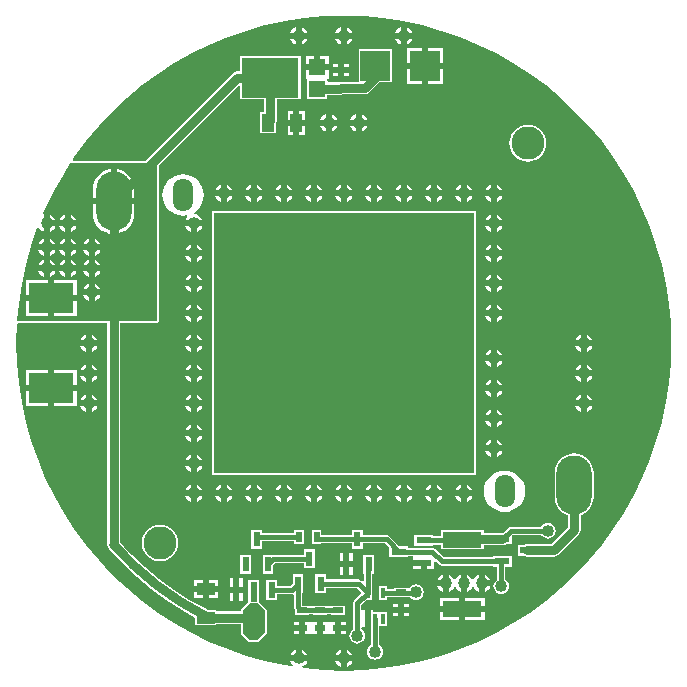
<source format=gbl>
%FSLAX24Y24*%
%MOIN*%
G70*
G01*
G75*
G04 Layer_Physical_Order=2*
G04 Layer_Color=16711680*
%ADD10C,0.0150*%
%ADD11R,0.1000X0.0291*%
%ADD12R,0.8661X0.8661*%
%ADD13O,0.0669X0.1102*%
%ADD14C,0.1100*%
%ADD15C,0.0400*%
%ADD16C,0.0300*%
%ADD17R,0.1000X0.1000*%
%ADD18R,0.1500X0.1000*%
%ADD19R,0.0394X0.0591*%
%ADD20R,0.0551X0.0547*%
%ADD21R,0.1913X0.1323*%
%ADD22R,0.0354X0.0197*%
%ADD23R,0.0591X0.0394*%
%ADD24R,0.0236X0.0551*%
%ADD25R,0.0236X0.0709*%
%ADD26R,0.0236X0.0512*%
%ADD27R,0.0197X0.0354*%
%ADD28R,0.0157X0.0354*%
%ADD29R,0.0512X0.0236*%
%ADD30R,0.1299X0.0532*%
%ADD31O,0.1181X0.1969*%
G36*
X-2626Y-8906D02*
Y-9654D01*
X-2882Y-9910D01*
X-3118D01*
X-3374Y-9654D01*
Y-8906D01*
X-3118Y-8650D01*
X-2882D01*
X-2626Y-8906D01*
D02*
G37*
G36*
X659Y10895D02*
X1316Y10835D01*
X1967Y10736D01*
X2612Y10598D01*
X3247Y10421D01*
X3871Y10206D01*
X4480Y9953D01*
X5072Y9665D01*
X5647Y9341D01*
X6200Y8983D01*
X6731Y8592D01*
X7238Y8170D01*
X7718Y7718D01*
X8170Y7238D01*
X8592Y6731D01*
X8983Y6200D01*
X9341Y5647D01*
X9665Y5072D01*
X9953Y4480D01*
X10206Y3871D01*
X10421Y3247D01*
X10598Y2612D01*
X10736Y1967D01*
X10835Y1316D01*
X10895Y659D01*
X10915Y0D01*
X10895Y-659D01*
X10835Y-1316D01*
X10736Y-1967D01*
X10598Y-2612D01*
X10421Y-3247D01*
X10206Y-3871D01*
X9953Y-4480D01*
X9665Y-5072D01*
X9341Y-5647D01*
X8983Y-6200D01*
X8592Y-6731D01*
X8170Y-7238D01*
X7718Y-7718D01*
X7238Y-8170D01*
X6731Y-8592D01*
X6200Y-8983D01*
X5647Y-9341D01*
X5072Y-9665D01*
X4480Y-9953D01*
X3871Y-10206D01*
X3247Y-10421D01*
X2612Y-10598D01*
X1967Y-10736D01*
X1316Y-10835D01*
X659Y-10895D01*
X0Y-10915D01*
X-659Y-10895D01*
X-1316Y-10835D01*
X-1374Y-10827D01*
X-1380Y-10775D01*
X-1349Y-10762D01*
X-1286Y-10714D01*
X-1238Y-10651D01*
X-1217Y-10600D01*
X-1783D01*
X-1762Y-10651D01*
X-1714Y-10714D01*
X-1697Y-10727D01*
X-1718Y-10774D01*
X-1967Y-10736D01*
X-2612Y-10598D01*
X-3247Y-10421D01*
X-3871Y-10206D01*
X-4480Y-9953D01*
X-5072Y-9665D01*
X-5647Y-9341D01*
X-6200Y-8983D01*
X-6731Y-8592D01*
X-7238Y-8170D01*
X-7718Y-7718D01*
X-8170Y-7238D01*
X-8592Y-6731D01*
X-8983Y-6200D01*
X-9341Y-5647D01*
X-9665Y-5072D01*
X-9953Y-4480D01*
X-10206Y-3871D01*
X-10421Y-3247D01*
X-10598Y-2612D01*
X-10736Y-1967D01*
X-10835Y-1316D01*
X-10895Y-659D01*
X-10915Y0D01*
X-10895Y650D01*
X-10895Y650D01*
X-10868Y676D01*
X-10863Y679D01*
X-10850Y685D01*
X-7891D01*
Y-6721D01*
X-7875Y-6803D01*
X-7829Y-6872D01*
X-7728Y-6973D01*
X-7722Y-6977D01*
X-7627Y-7078D01*
X-7612Y-7094D01*
X-7612Y-7098D01*
X-7612Y-7098D01*
X-7612Y-7098D01*
X-7612Y-7098D01*
X-7607Y-7104D01*
X-7576Y-7133D01*
X-7576Y-7133D01*
X-7576D01*
X-7361Y-7361D01*
X-6903Y-7792D01*
X-6420Y-8194D01*
X-5913Y-8567D01*
X-5385Y-8908D01*
X-4955Y-9151D01*
Y-9405D01*
X-4245D01*
Y-9362D01*
X-3439D01*
Y-9654D01*
X-3420Y-9700D01*
X-3164Y-9956D01*
X-3118Y-9975D01*
X-2882D01*
X-2836Y-9956D01*
X-2580Y-9700D01*
X-2561Y-9654D01*
Y-8906D01*
X-2580Y-8860D01*
X-2822Y-8618D01*
Y-7881D01*
X-3178D01*
Y-8618D01*
X-3420Y-8860D01*
X-3439Y-8906D01*
Y-8934D01*
X-4245D01*
Y-8891D01*
X-4537D01*
X-4640Y-8841D01*
X-5165Y-8545D01*
X-5672Y-8217D01*
X-6158Y-7860D01*
X-6621Y-7473D01*
X-7060Y-7060D01*
X-7323Y-6781D01*
X-7393Y-6706D01*
X-7425Y-6670D01*
X-7425D01*
X-7458Y-6637D01*
X-7460Y-6635D01*
X-7463Y-6632D01*
Y685D01*
X-6240D01*
X-6194Y704D01*
X-6175Y750D01*
Y5923D01*
X-3513Y8586D01*
X-3467Y8567D01*
Y8129D01*
X-2664D01*
Y7705D01*
X-2779D01*
Y6995D01*
X-2266D01*
Y7320D01*
X-2252Y7340D01*
X-2236Y7422D01*
Y8129D01*
X-1433D01*
Y9571D01*
X-3467D01*
Y9064D01*
X-3552D01*
X-3634Y9048D01*
X-3703Y9001D01*
X-6639Y6065D01*
X-9018Y6065D01*
X-9042Y6109D01*
X-8983Y6200D01*
X-8592Y6731D01*
X-8170Y7238D01*
X-7718Y7718D01*
X-7238Y8170D01*
X-6731Y8592D01*
X-6200Y8983D01*
X-5647Y9341D01*
X-5072Y9665D01*
X-4480Y9953D01*
X-3871Y10206D01*
X-3247Y10421D01*
X-2612Y10598D01*
X-1967Y10736D01*
X-1316Y10835D01*
X-659Y10895D01*
X0Y10915D01*
X659Y10895D01*
D02*
G37*
G36*
X-6240Y5965D02*
Y750D01*
X-10850D01*
X-10883Y787D01*
X-10835Y1316D01*
X-10736Y1967D01*
X-10598Y2612D01*
X-10421Y3247D01*
X-10215Y3845D01*
X-10169Y3848D01*
X-10161Y3847D01*
X-10114Y3786D01*
X-10051Y3738D01*
X-10000Y3717D01*
Y4000D01*
Y4309D01*
X-10017Y4326D01*
X-9953Y4480D01*
X-9665Y5072D01*
X-9341Y5647D01*
X-9112Y6000D01*
X-6276Y6000D01*
X-6240Y5965D01*
D02*
G37*
%LPC*%
G36*
X-4900Y-2717D02*
Y-2900D01*
X-4717D01*
X-4738Y-2849D01*
X-4786Y-2786D01*
X-4849Y-2738D01*
X-4900Y-2717D01*
D02*
G37*
G36*
X-5100D02*
X-5151Y-2738D01*
X-5214Y-2786D01*
X-5262Y-2849D01*
X-5283Y-2900D01*
X-5100D01*
Y-2717D01*
D02*
G37*
G36*
X-4717Y-3100D02*
X-4900D01*
Y-3283D01*
X-4849Y-3262D01*
X-4786Y-3214D01*
X-4738Y-3151D01*
X-4717Y-3100D01*
D02*
G37*
G36*
X5283Y-3600D02*
X5100D01*
Y-3783D01*
X5151Y-3762D01*
X5214Y-3714D01*
X5262Y-3651D01*
X5283Y-3600D01*
D02*
G37*
G36*
X4900D02*
X4717D01*
X4738Y-3651D01*
X4786Y-3714D01*
X4849Y-3762D01*
X4900Y-3783D01*
Y-3600D01*
D02*
G37*
G36*
Y-3217D02*
X4849Y-3238D01*
X4786Y-3286D01*
X4738Y-3349D01*
X4717Y-3400D01*
X4900D01*
Y-3217D01*
D02*
G37*
G36*
X-5100Y-3100D02*
X-5283D01*
X-5262Y-3151D01*
X-5214Y-3214D01*
X-5151Y-3262D01*
X-5100Y-3283D01*
Y-3100D01*
D02*
G37*
G36*
X5100Y-3217D02*
Y-3400D01*
X5283D01*
X5262Y-3349D01*
X5214Y-3286D01*
X5151Y-3238D01*
X5100Y-3217D01*
D02*
G37*
G36*
X4900Y-2600D02*
X4717D01*
X4738Y-2651D01*
X4786Y-2714D01*
X4849Y-2762D01*
X4900Y-2783D01*
Y-2600D01*
D02*
G37*
G36*
X-4717Y-2100D02*
X-4900D01*
Y-2283D01*
X-4849Y-2262D01*
X-4786Y-2214D01*
X-4738Y-2151D01*
X-4717Y-2100D01*
D02*
G37*
G36*
X-5100D02*
X-5283D01*
X-5262Y-2151D01*
X-5214Y-2214D01*
X-5151Y-2262D01*
X-5100Y-2283D01*
Y-2100D01*
D02*
G37*
G36*
X8283D02*
X8100D01*
Y-2283D01*
X8151Y-2262D01*
X8214Y-2214D01*
X8262Y-2151D01*
X8283Y-2100D01*
D02*
G37*
G36*
X7900D02*
X7717D01*
X7738Y-2151D01*
X7786Y-2214D01*
X7849Y-2262D01*
X7900Y-2283D01*
Y-2100D01*
D02*
G37*
G36*
X-8217D02*
X-8400D01*
Y-2283D01*
X-8349Y-2262D01*
X-8286Y-2214D01*
X-8238Y-2151D01*
X-8217Y-2100D01*
D02*
G37*
G36*
X4900Y-2217D02*
X4849Y-2238D01*
X4786Y-2286D01*
X4738Y-2349D01*
X4717Y-2400D01*
X4900D01*
Y-2217D01*
D02*
G37*
G36*
X5283Y-2600D02*
X5100D01*
Y-2783D01*
X5151Y-2762D01*
X5214Y-2714D01*
X5262Y-2651D01*
X5283Y-2600D01*
D02*
G37*
G36*
X-8600Y-2100D02*
X-8783D01*
X-8762Y-2151D01*
X-8714Y-2214D01*
X-8651Y-2262D01*
X-8600Y-2283D01*
Y-2100D01*
D02*
G37*
G36*
X5100Y-2217D02*
Y-2400D01*
X5283D01*
X5262Y-2349D01*
X5214Y-2286D01*
X5151Y-2238D01*
X5100Y-2217D01*
D02*
G37*
G36*
X900Y-4717D02*
X849Y-4738D01*
X786Y-4786D01*
X738Y-4849D01*
X717Y-4900D01*
X900D01*
Y-4717D01*
D02*
G37*
G36*
X100D02*
Y-4900D01*
X283D01*
X262Y-4849D01*
X214Y-4786D01*
X151Y-4738D01*
X100Y-4717D01*
D02*
G37*
G36*
X1900D02*
X1849Y-4738D01*
X1786Y-4786D01*
X1738Y-4849D01*
X1717Y-4900D01*
X1900D01*
Y-4717D01*
D02*
G37*
G36*
X1100D02*
Y-4900D01*
X1283D01*
X1262Y-4849D01*
X1214Y-4786D01*
X1151Y-4738D01*
X1100Y-4717D01*
D02*
G37*
G36*
X-100D02*
X-151Y-4738D01*
X-214Y-4786D01*
X-262Y-4849D01*
X-283Y-4900D01*
X-100D01*
Y-4717D01*
D02*
G37*
G36*
X-1900D02*
Y-4900D01*
X-1717D01*
X-1738Y-4849D01*
X-1786Y-4786D01*
X-1849Y-4738D01*
X-1900Y-4717D01*
D02*
G37*
G36*
X-2100D02*
X-2151Y-4738D01*
X-2214Y-4786D01*
X-2262Y-4849D01*
X-2283Y-4900D01*
X-2100D01*
Y-4717D01*
D02*
G37*
G36*
X-900D02*
Y-4900D01*
X-717D01*
X-738Y-4849D01*
X-786Y-4786D01*
X-849Y-4738D01*
X-900Y-4717D01*
D02*
G37*
G36*
X-1100D02*
X-1151Y-4738D01*
X-1214Y-4786D01*
X-1262Y-4849D01*
X-1283Y-4900D01*
X-1100D01*
Y-4717D01*
D02*
G37*
G36*
X2100D02*
Y-4900D01*
X2283D01*
X2262Y-4849D01*
X2214Y-4786D01*
X2151Y-4738D01*
X2100Y-4717D01*
D02*
G37*
G36*
X-4717Y-4100D02*
X-4900D01*
Y-4283D01*
X-4849Y-4262D01*
X-4786Y-4214D01*
X-4738Y-4151D01*
X-4717Y-4100D01*
D02*
G37*
G36*
X-5100D02*
X-5283D01*
X-5262Y-4151D01*
X-5214Y-4214D01*
X-5151Y-4262D01*
X-5100Y-4283D01*
Y-4100D01*
D02*
G37*
G36*
X-4900Y-3717D02*
Y-3900D01*
X-4717D01*
X-4738Y-3849D01*
X-4786Y-3786D01*
X-4849Y-3738D01*
X-4900Y-3717D01*
D02*
G37*
G36*
X-5100D02*
X-5151Y-3738D01*
X-5214Y-3786D01*
X-5262Y-3849D01*
X-5283Y-3900D01*
X-5100D01*
Y-3717D01*
D02*
G37*
G36*
X4391Y4391D02*
X-4391D01*
Y-4391D01*
X4391D01*
Y4391D01*
D02*
G37*
G36*
X3100Y-4717D02*
Y-4900D01*
X3283D01*
X3262Y-4849D01*
X3214Y-4786D01*
X3151Y-4738D01*
X3100Y-4717D01*
D02*
G37*
G36*
X2900D02*
X2849Y-4738D01*
X2786Y-4786D01*
X2738Y-4849D01*
X2717Y-4900D01*
X2900D01*
Y-4717D01*
D02*
G37*
G36*
X4100D02*
Y-4900D01*
X4283D01*
X4262Y-4849D01*
X4214Y-4786D01*
X4151Y-4738D01*
X4100Y-4717D01*
D02*
G37*
G36*
X3900D02*
X3849Y-4738D01*
X3786Y-4786D01*
X3738Y-4849D01*
X3717Y-4900D01*
X3900D01*
Y-4717D01*
D02*
G37*
G36*
X8100Y-717D02*
Y-900D01*
X8283D01*
X8262Y-849D01*
X8214Y-786D01*
X8151Y-738D01*
X8100Y-717D01*
D02*
G37*
G36*
X7900D02*
X7849Y-738D01*
X7786Y-786D01*
X7738Y-849D01*
X7717Y-900D01*
X7900D01*
Y-717D01*
D02*
G37*
G36*
X5283Y-600D02*
X5100D01*
Y-783D01*
X5151Y-762D01*
X5214Y-714D01*
X5262Y-651D01*
X5283Y-600D01*
D02*
G37*
G36*
X4900D02*
X4717D01*
X4738Y-651D01*
X4786Y-714D01*
X4849Y-762D01*
X4900Y-783D01*
Y-600D01*
D02*
G37*
G36*
X-4900Y-717D02*
Y-900D01*
X-4717D01*
X-4738Y-849D01*
X-4786Y-786D01*
X-4849Y-738D01*
X-4900Y-717D01*
D02*
G37*
G36*
X-8600D02*
X-8651Y-738D01*
X-8714Y-786D01*
X-8762Y-849D01*
X-8783Y-900D01*
X-8600D01*
Y-717D01*
D02*
G37*
G36*
X8283Y-1100D02*
X8100D01*
Y-1283D01*
X8151Y-1262D01*
X8214Y-1214D01*
X8262Y-1151D01*
X8283Y-1100D01*
D02*
G37*
G36*
X-5100Y-717D02*
X-5151Y-738D01*
X-5214Y-786D01*
X-5262Y-849D01*
X-5283Y-900D01*
X-5100D01*
Y-717D01*
D02*
G37*
G36*
X-8400D02*
Y-900D01*
X-8217D01*
X-8238Y-849D01*
X-8286Y-786D01*
X-8349Y-738D01*
X-8400Y-717D01*
D02*
G37*
G36*
X4900Y-217D02*
X4849Y-238D01*
X4786Y-286D01*
X4738Y-349D01*
X4717Y-400D01*
X4900D01*
Y-217D01*
D02*
G37*
G36*
X8283Y-100D02*
X8100D01*
Y-283D01*
X8151Y-262D01*
X8214Y-214D01*
X8262Y-151D01*
X8283Y-100D01*
D02*
G37*
G36*
X7900D02*
X7717D01*
X7738Y-151D01*
X7786Y-214D01*
X7849Y-262D01*
X7900Y-283D01*
Y-100D01*
D02*
G37*
G36*
X-8400Y283D02*
Y100D01*
X-8217D01*
X-8238Y151D01*
X-8286Y214D01*
X-8349Y262D01*
X-8400Y283D01*
D02*
G37*
G36*
X-8600D02*
X-8651Y262D01*
X-8714Y214D01*
X-8762Y151D01*
X-8783Y100D01*
X-8600D01*
Y283D01*
D02*
G37*
G36*
X-4717Y-100D02*
X-4900D01*
Y-283D01*
X-4849Y-262D01*
X-4786Y-214D01*
X-4738Y-151D01*
X-4717Y-100D01*
D02*
G37*
G36*
X-8600D02*
X-8783D01*
X-8762Y-151D01*
X-8714Y-214D01*
X-8651Y-262D01*
X-8600Y-283D01*
Y-100D01*
D02*
G37*
G36*
X5100Y-217D02*
Y-400D01*
X5283D01*
X5262Y-349D01*
X5214Y-286D01*
X5151Y-238D01*
X5100Y-217D01*
D02*
G37*
G36*
X-5100Y-100D02*
X-5283D01*
X-5262Y-151D01*
X-5214Y-214D01*
X-5151Y-262D01*
X-5100Y-283D01*
Y-100D01*
D02*
G37*
G36*
X-8217D02*
X-8400D01*
Y-283D01*
X-8349Y-262D01*
X-8286Y-214D01*
X-8238Y-151D01*
X-8217Y-100D01*
D02*
G37*
G36*
X7900Y-1717D02*
X7849Y-1738D01*
X7786Y-1786D01*
X7738Y-1849D01*
X7717Y-1900D01*
X7900D01*
Y-1717D01*
D02*
G37*
G36*
X-4900D02*
Y-1900D01*
X-4717D01*
X-4738Y-1849D01*
X-4786Y-1786D01*
X-4849Y-1738D01*
X-4900Y-1717D01*
D02*
G37*
G36*
X4900Y-1600D02*
X4717D01*
X4738Y-1651D01*
X4786Y-1714D01*
X4849Y-1762D01*
X4900Y-1783D01*
Y-1600D01*
D02*
G37*
G36*
X8100Y-1717D02*
Y-1900D01*
X8283D01*
X8262Y-1849D01*
X8214Y-1786D01*
X8151Y-1738D01*
X8100Y-1717D01*
D02*
G37*
G36*
X-5100D02*
X-5151Y-1738D01*
X-5214Y-1786D01*
X-5262Y-1849D01*
X-5283Y-1900D01*
X-5100D01*
Y-1717D01*
D02*
G37*
G36*
X-8900Y-1600D02*
X-9650D01*
Y-2100D01*
X-8900D01*
Y-1600D01*
D02*
G37*
G36*
X-9850D02*
X-10600D01*
Y-2100D01*
X-9850D01*
Y-1600D01*
D02*
G37*
G36*
X-8400Y-1717D02*
Y-1900D01*
X-8217D01*
X-8238Y-1849D01*
X-8286Y-1786D01*
X-8349Y-1738D01*
X-8400Y-1717D01*
D02*
G37*
G36*
X-8600D02*
X-8651Y-1738D01*
X-8714Y-1786D01*
X-8762Y-1849D01*
X-8783Y-1900D01*
X-8600D01*
Y-1717D01*
D02*
G37*
G36*
X5283Y-1600D02*
X5100D01*
Y-1783D01*
X5151Y-1762D01*
X5214Y-1714D01*
X5262Y-1651D01*
X5283Y-1600D01*
D02*
G37*
G36*
X-5100Y-1100D02*
X-5283D01*
X-5262Y-1151D01*
X-5214Y-1214D01*
X-5151Y-1262D01*
X-5100Y-1283D01*
Y-1100D01*
D02*
G37*
G36*
X-8217D02*
X-8400D01*
Y-1283D01*
X-8349Y-1262D01*
X-8286Y-1214D01*
X-8238Y-1151D01*
X-8217Y-1100D01*
D02*
G37*
G36*
X7900D02*
X7717D01*
X7738Y-1151D01*
X7786Y-1214D01*
X7849Y-1262D01*
X7900Y-1283D01*
Y-1100D01*
D02*
G37*
G36*
X-4717D02*
X-4900D01*
Y-1283D01*
X-4849Y-1262D01*
X-4786Y-1214D01*
X-4738Y-1151D01*
X-4717Y-1100D01*
D02*
G37*
G36*
X-8600D02*
X-8783D01*
X-8762Y-1151D01*
X-8714Y-1214D01*
X-8651Y-1262D01*
X-8600Y-1283D01*
Y-1100D01*
D02*
G37*
G36*
X-8900Y-900D02*
X-9650D01*
Y-1400D01*
X-8900D01*
Y-900D01*
D02*
G37*
G36*
X-9850D02*
X-10600D01*
Y-1400D01*
X-9850D01*
Y-900D01*
D02*
G37*
G36*
X5100Y-1217D02*
Y-1400D01*
X5283D01*
X5262Y-1349D01*
X5214Y-1286D01*
X5151Y-1238D01*
X5100Y-1217D01*
D02*
G37*
G36*
X4900D02*
X4849Y-1238D01*
X4786Y-1286D01*
X4738Y-1349D01*
X4717Y-1400D01*
X4900D01*
Y-1217D01*
D02*
G37*
G36*
X-2900Y-4717D02*
Y-4900D01*
X-2717D01*
X-2738Y-4849D01*
X-2786Y-4786D01*
X-2849Y-4738D01*
X-2900Y-4717D01*
D02*
G37*
G36*
X-746Y-6213D02*
X-1063D01*
Y-6687D01*
X-746D01*
Y-6674D01*
X272D01*
Y-6853D01*
X628D01*
Y-6674D01*
X1366D01*
X1521Y-6829D01*
Y-7128D01*
X2153D01*
Y-7088D01*
X2265D01*
X2307Y-7106D01*
Y-7224D01*
X2663D01*
Y-7324D01*
X2763D01*
Y-7542D01*
X3019D01*
Y-7279D01*
X3065Y-7260D01*
X3177Y-7371D01*
X3221Y-7401D01*
X3274Y-7412D01*
X3274Y-7412D01*
X4971D01*
Y-7452D01*
X5112D01*
Y-7878D01*
X5065Y-7915D01*
X5023Y-7969D01*
X4997Y-8032D01*
X4988Y-8100D01*
X4997Y-8168D01*
X5023Y-8231D01*
X5065Y-8285D01*
X5119Y-8327D01*
X5182Y-8353D01*
X5250Y-8362D01*
X5318Y-8353D01*
X5381Y-8327D01*
X5435Y-8285D01*
X5477Y-8231D01*
X5503Y-8168D01*
X5512Y-8100D01*
X5503Y-8032D01*
X5477Y-7969D01*
X5435Y-7915D01*
X5388Y-7878D01*
Y-7452D01*
X5603D01*
Y-7096D01*
X4971D01*
Y-7136D01*
X3331D01*
X3047Y-6853D01*
X3003Y-6823D01*
X2950Y-6812D01*
X2153D01*
Y-6772D01*
X1853D01*
X1521Y-6439D01*
X1476Y-6409D01*
X1423Y-6399D01*
X628D01*
Y-6221D01*
X272D01*
Y-6399D01*
X-746D01*
Y-6213D01*
D02*
G37*
G36*
X-4205Y-8303D02*
X-4500D01*
Y-8500D01*
X-4205D01*
Y-8303D01*
D02*
G37*
G36*
X4883Y-8100D02*
X4700D01*
Y-8283D01*
X4751Y-8262D01*
X4814Y-8214D01*
X4862Y-8151D01*
X4883Y-8100D01*
D02*
G37*
G36*
X3300D02*
X3117D01*
X3138Y-8151D01*
X3186Y-8214D01*
X3249Y-8262D01*
X3300Y-8283D01*
Y-8100D01*
D02*
G37*
G36*
X-4700Y-8303D02*
X-4995D01*
Y-8500D01*
X-4700D01*
Y-8303D01*
D02*
G37*
G36*
X4700Y-8486D02*
X4050D01*
Y-8752D01*
X4700D01*
Y-8486D01*
D02*
G37*
G36*
X3850D02*
X3200D01*
Y-8752D01*
X3850D01*
Y-8486D01*
D02*
G37*
G36*
X-3372Y-8317D02*
X-3491D01*
Y-8593D01*
X-3372D01*
Y-8317D01*
D02*
G37*
G36*
X-3691D02*
X-3809D01*
Y-8593D01*
X-3691D01*
Y-8317D01*
D02*
G37*
G36*
X2400Y-8038D02*
X2332Y-8047D01*
X2269Y-8073D01*
X2215Y-8115D01*
X2187Y-8150D01*
X2137Y-8146D01*
X2137Y-8146D01*
X2137Y-8146D01*
X1663D01*
Y-8179D01*
X1445D01*
Y-8080D01*
X1167D01*
Y-8554D01*
X1445D01*
Y-8455D01*
X1663D01*
Y-8463D01*
X2137D01*
Y-8455D01*
X2191D01*
X2215Y-8485D01*
X2269Y-8527D01*
X2332Y-8553D01*
X2400Y-8562D01*
X2468Y-8553D01*
X2531Y-8527D01*
X2585Y-8485D01*
X2627Y-8431D01*
X2653Y-8368D01*
X2662Y-8300D01*
X2653Y-8232D01*
X2627Y-8169D01*
X2585Y-8115D01*
X2531Y-8073D01*
X2468Y-8047D01*
X2400Y-8038D01*
D02*
G37*
G36*
X3300Y-7717D02*
X3249Y-7738D01*
X3186Y-7786D01*
X3138Y-7849D01*
X3117Y-7900D01*
X3300D01*
Y-7717D01*
D02*
G37*
G36*
X1002Y-7047D02*
X646D01*
Y-7679D01*
X656D01*
Y-7919D01*
X610Y-7938D01*
X588Y-7916D01*
X543Y-7886D01*
X491Y-7876D01*
X-598D01*
Y-7697D01*
X-954D01*
Y-8329D01*
X-598D01*
Y-8151D01*
X434D01*
X574Y-8292D01*
Y-8342D01*
X353Y-8564D01*
X323Y-8608D01*
X312Y-8661D01*
Y-9528D01*
X265Y-9565D01*
X223Y-9619D01*
X197Y-9682D01*
X188Y-9750D01*
X197Y-9818D01*
X223Y-9881D01*
X265Y-9935D01*
X319Y-9977D01*
X382Y-10003D01*
X450Y-10012D01*
X518Y-10003D01*
X581Y-9977D01*
X635Y-9935D01*
X677Y-9881D01*
X703Y-9818D01*
X712Y-9750D01*
X703Y-9682D01*
X677Y-9619D01*
X635Y-9565D01*
X588Y-9528D01*
Y-9499D01*
X615Y-9460D01*
X638Y-9460D01*
X694D01*
Y-9183D01*
Y-8906D01*
X638D01*
X615Y-8906D01*
X588Y-8867D01*
X588Y-8867D01*
Y-8718D01*
X752Y-8554D01*
X933D01*
Y-8080D01*
X932D01*
Y-7679D01*
X1002D01*
Y-7047D01*
D02*
G37*
G36*
X3900Y-7717D02*
X3849Y-7738D01*
X3786Y-7786D01*
X3738Y-7849D01*
X3727Y-7875D01*
X3673D01*
X3662Y-7849D01*
X3614Y-7786D01*
X3551Y-7738D01*
X3500Y-7717D01*
Y-8000D01*
Y-8283D01*
X3551Y-8262D01*
X3614Y-8214D01*
X3662Y-8151D01*
X3673Y-8125D01*
X3727D01*
X3738Y-8151D01*
X3786Y-8214D01*
X3849Y-8262D01*
X3900Y-8283D01*
Y-8000D01*
Y-7717D01*
D02*
G37*
G36*
X4700D02*
Y-7900D01*
X4883D01*
X4862Y-7849D01*
X4814Y-7786D01*
X4751Y-7738D01*
X4700Y-7717D01*
D02*
G37*
G36*
X-1346Y-7697D02*
X-1702D01*
Y-7997D01*
X-1785Y-8079D01*
X-2231D01*
Y-7881D01*
X-2588D01*
Y-8553D01*
X-2231D01*
Y-8355D01*
X-1728D01*
X-1712Y-8351D01*
X-1662Y-8391D01*
Y-8781D01*
X-1651Y-8833D01*
X-1637Y-8854D01*
Y-9063D01*
X-1163D01*
Y-9042D01*
X-1037D01*
Y-9063D01*
X-563D01*
Y-9042D01*
X-437D01*
Y-9063D01*
X37D01*
Y-8746D01*
X-437D01*
Y-8767D01*
X-563D01*
Y-8746D01*
X-1037D01*
Y-8767D01*
X-1163D01*
Y-8746D01*
X-1364D01*
X-1386Y-8724D01*
Y-8329D01*
X-1346D01*
Y-7697D01*
D02*
G37*
G36*
X-3372Y-7841D02*
X-3491D01*
Y-8117D01*
X-3372D01*
Y-7841D01*
D02*
G37*
G36*
X-3691D02*
X-3809D01*
Y-8117D01*
X-3691D01*
Y-7841D01*
D02*
G37*
G36*
X-4205Y-7906D02*
X-4500D01*
Y-8103D01*
X-4205D01*
Y-7906D01*
D02*
G37*
G36*
X-4700D02*
X-4995D01*
Y-8103D01*
X-4700D01*
Y-7906D01*
D02*
G37*
G36*
X100Y-10217D02*
Y-10400D01*
X283D01*
X262Y-10349D01*
X214Y-10286D01*
X151Y-10238D01*
X100Y-10217D01*
D02*
G37*
G36*
X-100D02*
X-151Y-10238D01*
X-214Y-10286D01*
X-262Y-10349D01*
X-283Y-10400D01*
X-100D01*
Y-10217D01*
D02*
G37*
G36*
X77Y-9595D02*
X-100D01*
Y-9694D01*
X77D01*
Y-9595D01*
D02*
G37*
G36*
X-1500D02*
X-1677D01*
Y-9694D01*
X-1500D01*
Y-9595D01*
D02*
G37*
G36*
X-1400Y-10217D02*
Y-10400D01*
X-1217D01*
X-1238Y-10349D01*
X-1286Y-10286D01*
X-1349Y-10238D01*
X-1400Y-10217D01*
D02*
G37*
G36*
X283Y-10600D02*
X100D01*
Y-10783D01*
X151Y-10762D01*
X214Y-10714D01*
X262Y-10651D01*
X283Y-10600D01*
D02*
G37*
G36*
X-100D02*
X-283D01*
X-262Y-10651D01*
X-214Y-10714D01*
X-151Y-10762D01*
X-100Y-10783D01*
Y-10600D01*
D02*
G37*
G36*
X-1600Y-10217D02*
X-1651Y-10238D01*
X-1714Y-10286D01*
X-1762Y-10349D01*
X-1783Y-10400D01*
X-1600D01*
Y-10217D01*
D02*
G37*
G36*
X894Y-8906D02*
Y-9183D01*
Y-9460D01*
X912D01*
Y-10059D01*
X908Y-10061D01*
X854Y-10103D01*
X812Y-10157D01*
X786Y-10220D01*
X777Y-10288D01*
X786Y-10356D01*
X812Y-10419D01*
X854Y-10474D01*
X908Y-10515D01*
X971Y-10542D01*
X1039Y-10551D01*
X1107Y-10542D01*
X1170Y-10515D01*
X1225Y-10474D01*
X1266Y-10419D01*
X1293Y-10356D01*
X1301Y-10288D01*
X1293Y-10220D01*
X1266Y-10157D01*
X1225Y-10103D01*
X1188Y-10074D01*
Y-9420D01*
X1445D01*
Y-8946D01*
X973D01*
Y-8906D01*
X894D01*
D02*
G37*
G36*
X-1500Y-9297D02*
X-1677D01*
Y-9395D01*
X-1500D01*
Y-9297D01*
D02*
G37*
G36*
X2177Y-8995D02*
X2000D01*
Y-9094D01*
X2177D01*
Y-8995D01*
D02*
G37*
G36*
X1800D02*
X1623D01*
Y-9094D01*
X1800D01*
Y-8995D01*
D02*
G37*
G36*
X2177Y-8697D02*
X2000D01*
Y-8795D01*
X2177D01*
Y-8697D01*
D02*
G37*
G36*
X1800D02*
X1623D01*
Y-8795D01*
X1800D01*
Y-8697D01*
D02*
G37*
G36*
X4700Y-8952D02*
X4050D01*
Y-9217D01*
X4700D01*
Y-8952D01*
D02*
G37*
G36*
X-1077Y-9297D02*
X-1100D01*
X-1123D01*
X-1127Y-9297D01*
X-1300D01*
Y-9495D01*
Y-9694D01*
X-1127D01*
X-1123Y-9694D01*
X-1100D01*
X-1077D01*
X-1073Y-9694D01*
X-900D01*
Y-9495D01*
Y-9297D01*
X-1073D01*
X-1077Y-9297D01*
D02*
G37*
G36*
X-100Y-9297D02*
Y-9395D01*
X77D01*
Y-9297D01*
X-100D01*
D02*
G37*
G36*
X3850Y-8952D02*
X3200D01*
Y-9217D01*
X3850D01*
Y-8952D01*
D02*
G37*
G36*
X-477Y-9297D02*
X-500D01*
X-523D01*
X-527Y-9297D01*
X-700D01*
Y-9495D01*
Y-9694D01*
X-527D01*
X-523Y-9694D01*
X-500D01*
X-477D01*
X-473Y-9694D01*
X-300D01*
Y-9495D01*
Y-9297D01*
X-473D01*
X-477Y-9297D01*
D02*
G37*
G36*
X900Y-5100D02*
X717D01*
X738Y-5151D01*
X786Y-5214D01*
X849Y-5262D01*
X900Y-5283D01*
Y-5100D01*
D02*
G37*
G36*
X283D02*
X100D01*
Y-5283D01*
X151Y-5262D01*
X214Y-5214D01*
X262Y-5151D01*
X283Y-5100D01*
D02*
G37*
G36*
X1900D02*
X1717D01*
X1738Y-5151D01*
X1786Y-5214D01*
X1849Y-5262D01*
X1900Y-5283D01*
Y-5100D01*
D02*
G37*
G36*
X1283D02*
X1100D01*
Y-5283D01*
X1151Y-5262D01*
X1214Y-5214D01*
X1262Y-5151D01*
X1283Y-5100D01*
D02*
G37*
G36*
X-100D02*
X-283D01*
X-262Y-5151D01*
X-214Y-5214D01*
X-151Y-5262D01*
X-100Y-5283D01*
Y-5100D01*
D02*
G37*
G36*
X-1717D02*
X-1900D01*
Y-5283D01*
X-1849Y-5262D01*
X-1786Y-5214D01*
X-1738Y-5151D01*
X-1717Y-5100D01*
D02*
G37*
G36*
X-2100D02*
X-2283D01*
X-2262Y-5151D01*
X-2214Y-5214D01*
X-2151Y-5262D01*
X-2100Y-5283D01*
Y-5100D01*
D02*
G37*
G36*
X-717D02*
X-900D01*
Y-5283D01*
X-849Y-5262D01*
X-786Y-5214D01*
X-738Y-5151D01*
X-717Y-5100D01*
D02*
G37*
G36*
X-1100D02*
X-1283D01*
X-1262Y-5151D01*
X-1214Y-5214D01*
X-1151Y-5262D01*
X-1100Y-5283D01*
Y-5100D01*
D02*
G37*
G36*
X2283D02*
X2100D01*
Y-5283D01*
X2151Y-5262D01*
X2214Y-5214D01*
X2262Y-5151D01*
X2283Y-5100D01*
D02*
G37*
G36*
X-4100Y-4717D02*
X-4151Y-4738D01*
X-4214Y-4786D01*
X-4262Y-4849D01*
X-4283Y-4900D01*
X-4100D01*
Y-4717D01*
D02*
G37*
G36*
X-4900D02*
Y-4900D01*
X-4717D01*
X-4738Y-4849D01*
X-4786Y-4786D01*
X-4849Y-4738D01*
X-4900Y-4717D01*
D02*
G37*
G36*
X-3100D02*
X-3151Y-4738D01*
X-3214Y-4786D01*
X-3262Y-4849D01*
X-3283Y-4900D01*
X-3100D01*
Y-4717D01*
D02*
G37*
G36*
X-3900D02*
Y-4900D01*
X-3717D01*
X-3738Y-4849D01*
X-3786Y-4786D01*
X-3849Y-4738D01*
X-3900Y-4717D01*
D02*
G37*
G36*
X-5100D02*
X-5151Y-4738D01*
X-5214Y-4786D01*
X-5262Y-4849D01*
X-5283Y-4900D01*
X-5100D01*
Y-4717D01*
D02*
G37*
G36*
X3283Y-5100D02*
X3100D01*
Y-5283D01*
X3151Y-5262D01*
X3214Y-5214D01*
X3262Y-5151D01*
X3283Y-5100D01*
D02*
G37*
G36*
X2900D02*
X2717D01*
X2738Y-5151D01*
X2786Y-5214D01*
X2849Y-5262D01*
X2900Y-5283D01*
Y-5100D01*
D02*
G37*
G36*
X4283D02*
X4100D01*
Y-5283D01*
X4151Y-5262D01*
X4214Y-5214D01*
X4262Y-5151D01*
X4283Y-5100D01*
D02*
G37*
G36*
X3900D02*
X3717D01*
X3738Y-5151D01*
X3786Y-5214D01*
X3849Y-5262D01*
X3900Y-5283D01*
Y-5100D01*
D02*
G37*
G36*
X-24Y-7007D02*
X-142D01*
Y-7263D01*
X-24D01*
Y-7007D01*
D02*
G37*
G36*
X-6130Y-6047D02*
X-6250Y-6059D01*
X-6365Y-6094D01*
X-6471Y-6150D01*
X-6563Y-6227D01*
X-6640Y-6319D01*
X-6696Y-6425D01*
X-6731Y-6540D01*
X-6743Y-6660D01*
X-6731Y-6780D01*
X-6696Y-6895D01*
X-6640Y-7001D01*
X-6563Y-7093D01*
X-6471Y-7170D01*
X-6365Y-7226D01*
X-6250Y-7261D01*
X-6130Y-7273D01*
X-6010Y-7261D01*
X-5895Y-7226D01*
X-5789Y-7170D01*
X-5697Y-7093D01*
X-5620Y-7001D01*
X-5564Y-6895D01*
X-5529Y-6780D01*
X-5517Y-6660D01*
X-5529Y-6540D01*
X-5564Y-6425D01*
X-5620Y-6319D01*
X-5697Y-6227D01*
X-5789Y-6150D01*
X-5895Y-6094D01*
X-6010Y-6059D01*
X-6130Y-6047D01*
D02*
G37*
G36*
X7677Y-3677D02*
X7550Y-3690D01*
X7427Y-3727D01*
X7314Y-3787D01*
X7215Y-3868D01*
X7134Y-3968D01*
X7073Y-4081D01*
X7036Y-4203D01*
X7023Y-4331D01*
Y-5118D01*
X7036Y-5246D01*
X7073Y-5368D01*
X7134Y-5481D01*
X7215Y-5580D01*
X7314Y-5662D01*
X7427Y-5722D01*
X7463Y-5733D01*
Y-6134D01*
X6911Y-6686D01*
X6113D01*
X6031Y-6702D01*
X6002Y-6722D01*
X5797D01*
Y-7078D01*
X6002D01*
X6031Y-7098D01*
X6113Y-7114D01*
X7000D01*
X7082Y-7098D01*
X7151Y-7051D01*
X7829Y-6374D01*
X7875Y-6305D01*
X7891Y-6223D01*
Y-5733D01*
X7927Y-5722D01*
X8040Y-5662D01*
X8139Y-5580D01*
X8221Y-5481D01*
X8281Y-5368D01*
X8318Y-5246D01*
X8331Y-5118D01*
Y-4331D01*
X8318Y-4203D01*
X8281Y-4081D01*
X8221Y-3968D01*
X8139Y-3868D01*
X8040Y-3787D01*
X7927Y-3727D01*
X7805Y-3690D01*
X7677Y-3677D01*
D02*
G37*
G36*
X294Y-7007D02*
X176D01*
Y-7263D01*
X294D01*
Y-7007D01*
D02*
G37*
G36*
X2563Y-7424D02*
X2307D01*
Y-7542D01*
X2563D01*
Y-7424D01*
D02*
G37*
G36*
X-24Y-7463D02*
X-142D01*
Y-7719D01*
X-24D01*
Y-7463D01*
D02*
G37*
G36*
X4500Y-7717D02*
X4449Y-7738D01*
X4386Y-7786D01*
X4338Y-7849D01*
X4327Y-7875D01*
X4273D01*
X4262Y-7849D01*
X4214Y-7786D01*
X4151Y-7738D01*
X4100Y-7717D01*
Y-8000D01*
Y-8283D01*
X4151Y-8262D01*
X4214Y-8214D01*
X4262Y-8151D01*
X4273Y-8125D01*
X4327D01*
X4338Y-8151D01*
X4386Y-8214D01*
X4449Y-8262D01*
X4500Y-8283D01*
Y-8000D01*
Y-7717D01*
D02*
G37*
G36*
X-3096Y-7047D02*
X-3452D01*
Y-7679D01*
X-3096D01*
Y-7047D01*
D02*
G37*
G36*
X294Y-7463D02*
X176D01*
Y-7719D01*
X294D01*
Y-7463D01*
D02*
G37*
G36*
X-972Y-6871D02*
X-1328D01*
Y-7049D01*
X-2348D01*
Y-7047D01*
X-2704D01*
Y-7679D01*
X-2348D01*
Y-7380D01*
X-2292Y-7324D01*
X-1328D01*
Y-7503D01*
X-972D01*
Y-6871D01*
D02*
G37*
G36*
X-3717Y-5100D02*
X-3900D01*
Y-5283D01*
X-3849Y-5262D01*
X-3786Y-5214D01*
X-3738Y-5151D01*
X-3717Y-5100D01*
D02*
G37*
G36*
X-4100D02*
X-4283D01*
X-4262Y-5151D01*
X-4214Y-5214D01*
X-4151Y-5262D01*
X-4100Y-5283D01*
Y-5100D01*
D02*
G37*
G36*
X-2717D02*
X-2900D01*
Y-5283D01*
X-2849Y-5262D01*
X-2786Y-5214D01*
X-2738Y-5151D01*
X-2717Y-5100D01*
D02*
G37*
G36*
X-3100D02*
X-3283D01*
X-3262Y-5151D01*
X-3214Y-5214D01*
X-3151Y-5262D01*
X-3100Y-5283D01*
Y-5100D01*
D02*
G37*
G36*
X-4717D02*
X-4900D01*
Y-5283D01*
X-4849Y-5262D01*
X-4786Y-5214D01*
X-4738Y-5151D01*
X-4717Y-5100D01*
D02*
G37*
G36*
X6800Y-5988D02*
X6732Y-5997D01*
X6669Y-6023D01*
X6615Y-6065D01*
X6578Y-6112D01*
X5563D01*
X5563Y-6112D01*
X5510Y-6123D01*
X5465Y-6153D01*
X5303Y-6315D01*
X5287Y-6312D01*
X4660D01*
Y-6223D01*
X3240D01*
Y-6438D01*
X2979D01*
Y-6398D01*
X2347D01*
Y-6754D01*
X2979D01*
Y-6714D01*
X3240D01*
Y-6874D01*
X4660D01*
Y-6740D01*
X5287D01*
X5369Y-6724D01*
X5398Y-6704D01*
X5603D01*
Y-6405D01*
X5620Y-6388D01*
X6578D01*
X6615Y-6435D01*
X6669Y-6477D01*
X6732Y-6503D01*
X6800Y-6512D01*
X6868Y-6503D01*
X6931Y-6477D01*
X6985Y-6435D01*
X7027Y-6381D01*
X7053Y-6318D01*
X7062Y-6250D01*
X7053Y-6182D01*
X7027Y-6119D01*
X6985Y-6065D01*
X6931Y-6023D01*
X6868Y-5997D01*
X6800Y-5988D01*
D02*
G37*
G36*
X-1337Y-6213D02*
X-1654D01*
Y-6312D01*
X-2722D01*
Y-6221D01*
X-3078D01*
Y-6853D01*
X-2722D01*
Y-6588D01*
X-1654D01*
Y-6687D01*
X-1337D01*
Y-6213D01*
D02*
G37*
G36*
X-5100Y-5100D02*
X-5283D01*
X-5262Y-5151D01*
X-5214Y-5214D01*
X-5151Y-5262D01*
X-5100Y-5283D01*
Y-5100D01*
D02*
G37*
G36*
X5358Y-4249D02*
X5224Y-4262D01*
X5095Y-4301D01*
X4976Y-4365D01*
X4872Y-4450D01*
X4786Y-4555D01*
X4722Y-4674D01*
X4683Y-4803D01*
X4670Y-4937D01*
X4683Y-5071D01*
X4722Y-5200D01*
X4786Y-5319D01*
X4872Y-5424D01*
X4976Y-5509D01*
X5095Y-5573D01*
X5224Y-5612D01*
X5358Y-5625D01*
X5493Y-5612D01*
X5622Y-5573D01*
X5741Y-5509D01*
X5845Y-5424D01*
X5931Y-5319D01*
X5994Y-5200D01*
X6033Y-5071D01*
X6047Y-4937D01*
X6033Y-4803D01*
X5994Y-4674D01*
X5931Y-4555D01*
X5845Y-4450D01*
X5741Y-4365D01*
X5622Y-4301D01*
X5493Y-4262D01*
X5358Y-4249D01*
D02*
G37*
G36*
X-1900Y5283D02*
Y5100D01*
X-1717D01*
X-1738Y5151D01*
X-1786Y5214D01*
X-1849Y5262D01*
X-1900Y5283D01*
D02*
G37*
G36*
X-2100D02*
X-2151Y5262D01*
X-2214Y5214D01*
X-2262Y5151D01*
X-2283Y5100D01*
X-2100D01*
Y5283D01*
D02*
G37*
G36*
X-900D02*
Y5100D01*
X-717D01*
X-738Y5151D01*
X-786Y5214D01*
X-849Y5262D01*
X-900Y5283D01*
D02*
G37*
G36*
X-1100D02*
X-1151Y5262D01*
X-1214Y5214D01*
X-1262Y5151D01*
X-1283Y5100D01*
X-1100D01*
Y5283D01*
D02*
G37*
G36*
X-2900D02*
Y5100D01*
X-2717D01*
X-2738Y5151D01*
X-2786Y5214D01*
X-2849Y5262D01*
X-2900Y5283D01*
D02*
G37*
G36*
X-4100D02*
X-4151Y5262D01*
X-4214Y5214D01*
X-4262Y5151D01*
X-4283Y5100D01*
X-4100D01*
Y5283D01*
D02*
G37*
G36*
X-7577Y5802D02*
Y4824D01*
X-6983D01*
Y5118D01*
X-6997Y5253D01*
X-7036Y5384D01*
X-7100Y5504D01*
X-7187Y5609D01*
X-7292Y5695D01*
X-7412Y5759D01*
X-7542Y5799D01*
X-7577Y5802D01*
D02*
G37*
G36*
X-3100Y5283D02*
X-3151Y5262D01*
X-3214Y5214D01*
X-3262Y5151D01*
X-3283Y5100D01*
X-3100D01*
Y5283D01*
D02*
G37*
G36*
X-3900D02*
Y5100D01*
X-3717D01*
X-3738Y5151D01*
X-3786Y5214D01*
X-3849Y5262D01*
X-3900Y5283D01*
D02*
G37*
G36*
X-100D02*
X-151Y5262D01*
X-214Y5214D01*
X-262Y5151D01*
X-283Y5100D01*
X-100D01*
Y5283D01*
D02*
G37*
G36*
X3100D02*
Y5100D01*
X3283D01*
X3262Y5151D01*
X3214Y5214D01*
X3151Y5262D01*
X3100Y5283D01*
D02*
G37*
G36*
X2900D02*
X2849Y5262D01*
X2786Y5214D01*
X2738Y5151D01*
X2717Y5100D01*
X2900D01*
Y5283D01*
D02*
G37*
G36*
X4100D02*
Y5100D01*
X4283D01*
X4262Y5151D01*
X4214Y5214D01*
X4151Y5262D01*
X4100Y5283D01*
D02*
G37*
G36*
X3900D02*
X3849Y5262D01*
X3786Y5214D01*
X3738Y5151D01*
X3717Y5100D01*
X3900D01*
Y5283D01*
D02*
G37*
G36*
X2100D02*
Y5100D01*
X2283D01*
X2262Y5151D01*
X2214Y5214D01*
X2151Y5262D01*
X2100Y5283D01*
D02*
G37*
G36*
X900D02*
X849Y5262D01*
X786Y5214D01*
X738Y5151D01*
X717Y5100D01*
X900D01*
Y5283D01*
D02*
G37*
G36*
X100D02*
Y5100D01*
X283D01*
X262Y5151D01*
X214Y5214D01*
X151Y5262D01*
X100Y5283D01*
D02*
G37*
G36*
X1900D02*
X1849Y5262D01*
X1786Y5214D01*
X1738Y5151D01*
X1717Y5100D01*
X1900D01*
Y5283D01*
D02*
G37*
G36*
X1100D02*
Y5100D01*
X1283D01*
X1262Y5151D01*
X1214Y5214D01*
X1151Y5262D01*
X1100Y5283D01*
D02*
G37*
G36*
X-100Y4900D02*
X-283D01*
X-262Y4849D01*
X-214Y4786D01*
X-151Y4738D01*
X-100Y4717D01*
Y4900D01*
D02*
G37*
G36*
X-717D02*
X-900D01*
Y4717D01*
X-849Y4738D01*
X-786Y4786D01*
X-738Y4849D01*
X-717Y4900D01*
D02*
G37*
G36*
X900D02*
X717D01*
X738Y4849D01*
X786Y4786D01*
X849Y4738D01*
X900Y4717D01*
Y4900D01*
D02*
G37*
G36*
X283D02*
X100D01*
Y4717D01*
X151Y4738D01*
X214Y4786D01*
X262Y4849D01*
X283Y4900D01*
D02*
G37*
G36*
X-1100D02*
X-1283D01*
X-1262Y4849D01*
X-1214Y4786D01*
X-1151Y4738D01*
X-1100Y4717D01*
Y4900D01*
D02*
G37*
G36*
X-2717D02*
X-2900D01*
Y4717D01*
X-2849Y4738D01*
X-2786Y4786D01*
X-2738Y4849D01*
X-2717Y4900D01*
D02*
G37*
G36*
X-3100D02*
X-3283D01*
X-3262Y4849D01*
X-3214Y4786D01*
X-3151Y4738D01*
X-3100Y4717D01*
Y4900D01*
D02*
G37*
G36*
X-1717D02*
X-1900D01*
Y4717D01*
X-1849Y4738D01*
X-1786Y4786D01*
X-1738Y4849D01*
X-1717Y4900D01*
D02*
G37*
G36*
X-2100D02*
X-2283D01*
X-2262Y4849D01*
X-2214Y4786D01*
X-2151Y4738D01*
X-2100Y4717D01*
Y4900D01*
D02*
G37*
G36*
X1283D02*
X1100D01*
Y4717D01*
X1151Y4738D01*
X1214Y4786D01*
X1262Y4849D01*
X1283Y4900D01*
D02*
G37*
G36*
X4900D02*
X4717D01*
X4738Y4849D01*
X4786Y4786D01*
X4849Y4738D01*
X4900Y4717D01*
Y4900D01*
D02*
G37*
G36*
X4283D02*
X4100D01*
Y4717D01*
X4151Y4738D01*
X4214Y4786D01*
X4262Y4849D01*
X4283Y4900D01*
D02*
G37*
G36*
X-7777Y5802D02*
X-7813Y5799D01*
X-7943Y5759D01*
X-8063Y5695D01*
X-8168Y5609D01*
X-8254Y5504D01*
X-8318Y5384D01*
X-8358Y5253D01*
X-8371Y5118D01*
Y4824D01*
X-7777D01*
Y5802D01*
D02*
G37*
G36*
X5283Y4900D02*
X5100D01*
Y4717D01*
X5151Y4738D01*
X5214Y4786D01*
X5262Y4849D01*
X5283Y4900D01*
D02*
G37*
G36*
X3900D02*
X3717D01*
X3738Y4849D01*
X3786Y4786D01*
X3849Y4738D01*
X3900Y4717D01*
Y4900D01*
D02*
G37*
G36*
X2283D02*
X2100D01*
Y4717D01*
X2151Y4738D01*
X2214Y4786D01*
X2262Y4849D01*
X2283Y4900D01*
D02*
G37*
G36*
X1900D02*
X1717D01*
X1738Y4849D01*
X1786Y4786D01*
X1849Y4738D01*
X1900Y4717D01*
Y4900D01*
D02*
G37*
G36*
X3283D02*
X3100D01*
Y4717D01*
X3151Y4738D01*
X3214Y4786D01*
X3262Y4849D01*
X3283Y4900D01*
D02*
G37*
G36*
X2900D02*
X2717D01*
X2738Y4849D01*
X2786Y4786D01*
X2849Y4738D01*
X2900Y4717D01*
Y4900D01*
D02*
G37*
G36*
X3300Y9850D02*
X2800D01*
Y9350D01*
X3300D01*
Y9850D01*
D02*
G37*
G36*
X2600D02*
X2100D01*
Y9350D01*
X2600D01*
Y9850D01*
D02*
G37*
G36*
X-1217Y10150D02*
X-1400D01*
Y9967D01*
X-1349Y9988D01*
X-1286Y10036D01*
X-1238Y10099D01*
X-1217Y10150D01*
D02*
G37*
G36*
X-1600D02*
X-1783D01*
X-1762Y10099D01*
X-1714Y10036D01*
X-1651Y9988D01*
X-1600Y9967D01*
Y10150D01*
D02*
G37*
G36*
X-507Y9586D02*
X-782D01*
Y9312D01*
X-507D01*
Y9586D01*
D02*
G37*
G36*
X-200Y9294D02*
X-377D01*
Y9195D01*
X-200D01*
Y9294D01*
D02*
G37*
G36*
X177Y8995D02*
X0D01*
Y8897D01*
X177D01*
Y8995D01*
D02*
G37*
G36*
X-982Y9586D02*
X-1258D01*
Y9312D01*
X-982D01*
Y9586D01*
D02*
G37*
G36*
X177Y9294D02*
X0D01*
Y9195D01*
X177D01*
Y9294D01*
D02*
G37*
G36*
X-100Y10150D02*
X-283D01*
X-262Y10099D01*
X-214Y10036D01*
X-151Y9988D01*
X-100Y9967D01*
Y10150D01*
D02*
G37*
G36*
X100Y10533D02*
Y10350D01*
X283D01*
X262Y10401D01*
X214Y10464D01*
X151Y10512D01*
X100Y10533D01*
D02*
G37*
G36*
X-100D02*
X-151Y10512D01*
X-214Y10464D01*
X-262Y10401D01*
X-283Y10350D01*
X-100D01*
Y10533D01*
D02*
G37*
G36*
X2100D02*
Y10350D01*
X2283D01*
X2262Y10401D01*
X2214Y10464D01*
X2151Y10512D01*
X2100Y10533D01*
D02*
G37*
G36*
X1900D02*
X1849Y10512D01*
X1786Y10464D01*
X1738Y10401D01*
X1717Y10350D01*
X1900D01*
Y10533D01*
D02*
G37*
G36*
X-1400D02*
Y10350D01*
X-1217D01*
X-1238Y10401D01*
X-1286Y10464D01*
X-1349Y10512D01*
X-1400Y10533D01*
D02*
G37*
G36*
X1900Y10150D02*
X1717D01*
X1738Y10099D01*
X1786Y10036D01*
X1849Y9988D01*
X1900Y9967D01*
Y10150D01*
D02*
G37*
G36*
X283D02*
X100D01*
Y9967D01*
X151Y9988D01*
X214Y10036D01*
X262Y10099D01*
X283Y10150D01*
D02*
G37*
G36*
X-1600Y10533D02*
X-1651Y10512D01*
X-1714Y10464D01*
X-1762Y10401D01*
X-1783Y10350D01*
X-1600D01*
Y10533D01*
D02*
G37*
G36*
X2283Y10150D02*
X2100D01*
Y9967D01*
X2151Y9988D01*
X2214Y10036D01*
X2262Y10099D01*
X2283Y10150D01*
D02*
G37*
G36*
X-217Y7250D02*
X-400D01*
Y7067D01*
X-349Y7088D01*
X-286Y7136D01*
X-238Y7199D01*
X-217Y7250D01*
D02*
G37*
G36*
X-600D02*
X-783D01*
X-762Y7199D01*
X-714Y7136D01*
X-651Y7088D01*
X-600Y7067D01*
Y7250D01*
D02*
G37*
G36*
X783D02*
X600D01*
Y7067D01*
X651Y7088D01*
X714Y7136D01*
X762Y7199D01*
X783Y7250D01*
D02*
G37*
G36*
X400D02*
X217D01*
X238Y7199D01*
X286Y7136D01*
X349Y7088D01*
X400Y7067D01*
Y7250D01*
D02*
G37*
G36*
X-1281D02*
X-1478D01*
Y6955D01*
X-1281D01*
Y7250D01*
D02*
G37*
G36*
X5100Y5283D02*
Y5100D01*
X5283D01*
X5262Y5151D01*
X5214Y5214D01*
X5151Y5262D01*
X5100Y5283D01*
D02*
G37*
G36*
X4900D02*
X4849Y5262D01*
X4786Y5214D01*
X4738Y5151D01*
X4717Y5100D01*
X4900D01*
Y5283D01*
D02*
G37*
G36*
X-1678Y7250D02*
X-1874D01*
Y6955D01*
X-1678D01*
Y7250D01*
D02*
G37*
G36*
X6130Y7273D02*
X6010Y7261D01*
X5895Y7226D01*
X5789Y7170D01*
X5697Y7093D01*
X5620Y7001D01*
X5564Y6895D01*
X5529Y6780D01*
X5517Y6660D01*
X5529Y6540D01*
X5564Y6425D01*
X5620Y6319D01*
X5697Y6227D01*
X5789Y6150D01*
X5895Y6094D01*
X6010Y6059D01*
X6130Y6047D01*
X6250Y6059D01*
X6365Y6094D01*
X6471Y6150D01*
X6563Y6227D01*
X6640Y6319D01*
X6696Y6425D01*
X6731Y6540D01*
X6743Y6660D01*
X6731Y6780D01*
X6696Y6895D01*
X6640Y7001D01*
X6563Y7093D01*
X6471Y7170D01*
X6365Y7226D01*
X6250Y7261D01*
X6130Y7273D01*
D02*
G37*
G36*
X-1678Y7745D02*
X-1874D01*
Y7450D01*
X-1678D01*
Y7745D01*
D02*
G37*
G36*
X3300Y9150D02*
X2800D01*
Y8650D01*
X3300D01*
Y9150D01*
D02*
G37*
G36*
X2600D02*
X2100D01*
Y8650D01*
X2600D01*
Y9150D01*
D02*
G37*
G36*
X-200Y8995D02*
X-377D01*
Y8897D01*
X-200D01*
Y8995D01*
D02*
G37*
G36*
X1610Y9810D02*
X490D01*
Y8719D01*
X-100D01*
X-182Y8703D01*
X-183Y8702D01*
X-511D01*
X-547Y8737D01*
Y8789D01*
X-547Y8814D01*
X-544Y8816D01*
X-543Y8817D01*
X-507Y8839D01*
Y8839D01*
X-507Y8842D01*
X-507Y8843D01*
X-507Y8843D01*
Y8843D01*
Y8844D01*
X-507Y8844D01*
X-507Y8845D01*
Y8845D01*
Y8845D01*
Y8845D01*
Y8846D01*
Y8846D01*
D01*
X-507Y8893D01*
Y9112D01*
X-1258D01*
Y8846D01*
X-1258Y8846D01*
X-1258D01*
Y8846D01*
Y8839D01*
X-1221Y8816D01*
X-1221Y8816D01*
X-1220Y8816D01*
X-1218Y8814D01*
X-1218Y8789D01*
Y8154D01*
X-547D01*
Y8274D01*
X-117D01*
X-35Y8290D01*
X-34Y8291D01*
X700D01*
X782Y8307D01*
X851Y8353D01*
X1188Y8690D01*
X1610D01*
Y9810D01*
D02*
G37*
G36*
X600Y7633D02*
Y7450D01*
X783D01*
X762Y7501D01*
X714Y7564D01*
X651Y7612D01*
X600Y7633D01*
D02*
G37*
G36*
X-600D02*
X-651Y7612D01*
X-714Y7564D01*
X-762Y7501D01*
X-783Y7450D01*
X-600D01*
Y7633D01*
D02*
G37*
G36*
X-1281Y7745D02*
X-1478D01*
Y7450D01*
X-1281D01*
Y7745D01*
D02*
G37*
G36*
X400Y7633D02*
X349Y7612D01*
X286Y7564D01*
X238Y7501D01*
X217Y7450D01*
X400D01*
Y7633D01*
D02*
G37*
G36*
X-400D02*
Y7450D01*
X-217D01*
X-238Y7501D01*
X-286Y7564D01*
X-349Y7612D01*
X-400Y7633D01*
D02*
G37*
G36*
X-3717Y4900D02*
X-3900D01*
Y4717D01*
X-3849Y4738D01*
X-3786Y4786D01*
X-3738Y4849D01*
X-3717Y4900D01*
D02*
G37*
G36*
X-4900Y2283D02*
Y2100D01*
X-4717D01*
X-4738Y2151D01*
X-4786Y2214D01*
X-4849Y2262D01*
X-4900Y2283D01*
D02*
G37*
G36*
X-5100D02*
X-5151Y2262D01*
X-5214Y2214D01*
X-5262Y2151D01*
X-5283Y2100D01*
X-5100D01*
Y2283D01*
D02*
G37*
G36*
X5100D02*
Y2100D01*
X5283D01*
X5262Y2151D01*
X5214Y2214D01*
X5151Y2262D01*
X5100Y2283D01*
D02*
G37*
G36*
X4900D02*
X4849Y2262D01*
X4786Y2214D01*
X4738Y2151D01*
X4717Y2100D01*
X4900D01*
Y2283D01*
D02*
G37*
G36*
X-8300Y1983D02*
Y1800D01*
X-8117D01*
X-8138Y1851D01*
X-8186Y1914D01*
X-8249Y1962D01*
X-8300Y1983D01*
D02*
G37*
G36*
X4900Y1900D02*
X4717D01*
X4738Y1849D01*
X4786Y1786D01*
X4849Y1738D01*
X4900Y1717D01*
Y1900D01*
D02*
G37*
G36*
X-4717D02*
X-4900D01*
Y1717D01*
X-4849Y1738D01*
X-4786Y1786D01*
X-4738Y1849D01*
X-4717Y1900D01*
D02*
G37*
G36*
X-8500Y1983D02*
X-8551Y1962D01*
X-8614Y1914D01*
X-8662Y1851D01*
X-8683Y1800D01*
X-8500D01*
Y1983D01*
D02*
G37*
G36*
X5283Y1900D02*
X5100D01*
Y1717D01*
X5151Y1738D01*
X5214Y1786D01*
X5262Y1849D01*
X5283Y1900D01*
D02*
G37*
G36*
X-10000Y2400D02*
X-10183D01*
X-10162Y2349D01*
X-10114Y2286D01*
X-10051Y2238D01*
X-10000Y2217D01*
Y2400D01*
D02*
G37*
G36*
X-9800Y2783D02*
Y2600D01*
X-9617D01*
X-9638Y2651D01*
X-9686Y2714D01*
X-9749Y2762D01*
X-9800Y2783D01*
D02*
G37*
G36*
X-10000D02*
X-10051Y2762D01*
X-10114Y2714D01*
X-10162Y2651D01*
X-10183Y2600D01*
X-10000D01*
Y2783D01*
D02*
G37*
G36*
X-9100D02*
Y2600D01*
X-8917D01*
X-8938Y2651D01*
X-8986Y2714D01*
X-9049Y2762D01*
X-9100Y2783D01*
D02*
G37*
G36*
X-9300D02*
X-9351Y2762D01*
X-9414Y2714D01*
X-9462Y2651D01*
X-9483Y2600D01*
X-9300D01*
Y2783D01*
D02*
G37*
G36*
X-8117Y2400D02*
X-8300D01*
Y2217D01*
X-8249Y2238D01*
X-8186Y2286D01*
X-8138Y2349D01*
X-8117Y2400D01*
D02*
G37*
G36*
X-9300D02*
X-9483D01*
X-9462Y2349D01*
X-9414Y2286D01*
X-9351Y2238D01*
X-9300Y2217D01*
Y2400D01*
D02*
G37*
G36*
X-9617D02*
X-9800D01*
Y2217D01*
X-9749Y2238D01*
X-9686Y2286D01*
X-9638Y2349D01*
X-9617Y2400D01*
D02*
G37*
G36*
X-8500D02*
X-8683D01*
X-8662Y2349D01*
X-8614Y2286D01*
X-8551Y2238D01*
X-8500Y2217D01*
Y2400D01*
D02*
G37*
G36*
X-8917D02*
X-9100D01*
Y2217D01*
X-9049Y2238D01*
X-8986Y2286D01*
X-8938Y2349D01*
X-8917Y2400D01*
D02*
G37*
G36*
X4900Y900D02*
X4717D01*
X4738Y849D01*
X4786Y786D01*
X4849Y738D01*
X4900Y717D01*
Y900D01*
D02*
G37*
G36*
X-4717D02*
X-4900D01*
Y717D01*
X-4849Y738D01*
X-4786Y786D01*
X-4738Y849D01*
X-4717Y900D01*
D02*
G37*
G36*
X-9850Y1400D02*
X-10600D01*
Y900D01*
X-9850D01*
Y1400D01*
D02*
G37*
G36*
X5283Y900D02*
X5100D01*
Y717D01*
X5151Y738D01*
X5214Y786D01*
X5262Y849D01*
X5283Y900D01*
D02*
G37*
G36*
X-5100D02*
X-5283D01*
X-5262Y849D01*
X-5214Y786D01*
X-5151Y738D01*
X-5100Y717D01*
Y900D01*
D02*
G37*
G36*
X-4900Y283D02*
Y100D01*
X-4717D01*
X-4738Y151D01*
X-4786Y214D01*
X-4849Y262D01*
X-4900Y283D01*
D02*
G37*
G36*
X-5100D02*
X-5151Y262D01*
X-5214Y214D01*
X-5262Y151D01*
X-5283Y100D01*
X-5100D01*
Y283D01*
D02*
G37*
G36*
X8100D02*
Y100D01*
X8283D01*
X8262Y151D01*
X8214Y214D01*
X8151Y262D01*
X8100Y283D01*
D02*
G37*
G36*
X7900D02*
X7849Y262D01*
X7786Y214D01*
X7738Y151D01*
X7717Y100D01*
X7900D01*
Y283D01*
D02*
G37*
G36*
X-8900Y1400D02*
X-9650D01*
Y900D01*
X-8900D01*
Y1400D01*
D02*
G37*
G36*
X-9850Y2100D02*
X-10600D01*
Y1600D01*
X-9850D01*
Y2100D01*
D02*
G37*
G36*
X-8117Y1600D02*
X-8300D01*
Y1417D01*
X-8249Y1438D01*
X-8186Y1486D01*
X-8138Y1549D01*
X-8117Y1600D01*
D02*
G37*
G36*
X-5100Y1900D02*
X-5283D01*
X-5262Y1849D01*
X-5214Y1786D01*
X-5151Y1738D01*
X-5100Y1717D01*
Y1900D01*
D02*
G37*
G36*
X-8900Y2100D02*
X-9650D01*
Y1600D01*
X-8900D01*
Y2100D01*
D02*
G37*
G36*
X-8500Y1600D02*
X-8683D01*
X-8662Y1549D01*
X-8614Y1486D01*
X-8551Y1438D01*
X-8500Y1417D01*
Y1600D01*
D02*
G37*
G36*
X-4900Y1283D02*
Y1100D01*
X-4717D01*
X-4738Y1151D01*
X-4786Y1214D01*
X-4849Y1262D01*
X-4900Y1283D01*
D02*
G37*
G36*
X-5100D02*
X-5151Y1262D01*
X-5214Y1214D01*
X-5262Y1151D01*
X-5283Y1100D01*
X-5100D01*
Y1283D01*
D02*
G37*
G36*
X5100D02*
Y1100D01*
X5283D01*
X5262Y1151D01*
X5214Y1214D01*
X5151Y1262D01*
X5100Y1283D01*
D02*
G37*
G36*
X4900D02*
X4849Y1262D01*
X4786Y1214D01*
X4738Y1151D01*
X4717Y1100D01*
X4900D01*
Y1283D01*
D02*
G37*
G36*
X-9300Y3900D02*
X-9483D01*
X-9462Y3849D01*
X-9414Y3786D01*
X-9351Y3738D01*
X-9300Y3717D01*
Y3900D01*
D02*
G37*
G36*
X-9617D02*
X-9800D01*
Y3717D01*
X-9749Y3738D01*
X-9686Y3786D01*
X-9638Y3849D01*
X-9617Y3900D01*
D02*
G37*
G36*
X-5100D02*
X-5283D01*
X-5262Y3849D01*
X-5214Y3786D01*
X-5151Y3738D01*
X-5100Y3717D01*
Y3900D01*
D02*
G37*
G36*
X-8917D02*
X-9100D01*
Y3717D01*
X-9049Y3738D01*
X-8986Y3786D01*
X-8938Y3849D01*
X-8917Y3900D01*
D02*
G37*
G36*
X-6983Y4624D02*
X-7577D01*
Y3647D01*
X-7542Y3650D01*
X-7412Y3690D01*
X-7292Y3754D01*
X-7187Y3840D01*
X-7100Y3945D01*
X-7036Y4065D01*
X-6997Y4195D01*
X-6983Y4331D01*
Y4624D01*
D02*
G37*
G36*
X-8500Y3483D02*
X-8551Y3462D01*
X-8614Y3414D01*
X-8662Y3351D01*
X-8683Y3300D01*
X-8500D01*
Y3483D01*
D02*
G37*
G36*
X-9100D02*
Y3300D01*
X-8917D01*
X-8938Y3351D01*
X-8986Y3414D01*
X-9049Y3462D01*
X-9100Y3483D01*
D02*
G37*
G36*
X-7777Y4624D02*
X-8371D01*
Y4331D01*
X-8358Y4195D01*
X-8318Y4065D01*
X-8254Y3945D01*
X-8168Y3840D01*
X-8063Y3754D01*
X-7943Y3690D01*
X-7813Y3650D01*
X-7777Y3647D01*
Y4624D01*
D02*
G37*
G36*
X-8300Y3483D02*
Y3300D01*
X-8117D01*
X-8138Y3351D01*
X-8186Y3414D01*
X-8249Y3462D01*
X-8300Y3483D01*
D02*
G37*
G36*
X-4717Y3900D02*
X-4900D01*
Y3717D01*
X-4849Y3738D01*
X-4786Y3786D01*
X-4738Y3849D01*
X-4717Y3900D01*
D02*
G37*
G36*
X4900Y4283D02*
X4849Y4262D01*
X4786Y4214D01*
X4738Y4151D01*
X4717Y4100D01*
X4900D01*
Y4283D01*
D02*
G37*
G36*
X-5358Y5625D02*
X-5493Y5612D01*
X-5622Y5573D01*
X-5741Y5509D01*
X-5845Y5424D01*
X-5931Y5319D01*
X-5994Y5200D01*
X-6033Y5071D01*
X-6047Y4937D01*
X-6033Y4803D01*
X-5994Y4674D01*
X-5931Y4555D01*
X-5845Y4450D01*
X-5741Y4365D01*
X-5622Y4301D01*
X-5493Y4262D01*
X-5358Y4249D01*
X-5235Y4261D01*
X-5216Y4228D01*
X-5213Y4214D01*
X-5214Y4214D01*
X-5262Y4151D01*
X-5283Y4100D01*
X-4717D01*
X-4738Y4151D01*
X-4786Y4214D01*
X-4849Y4262D01*
X-4922Y4292D01*
X-4989Y4301D01*
X-5001Y4338D01*
X-5002Y4351D01*
X-4976Y4365D01*
X-4872Y4450D01*
X-4786Y4555D01*
X-4722Y4674D01*
X-4683Y4803D01*
X-4670Y4937D01*
X-4683Y5071D01*
X-4722Y5200D01*
X-4786Y5319D01*
X-4872Y5424D01*
X-4976Y5509D01*
X-5095Y5573D01*
X-5224Y5612D01*
X-5358Y5625D01*
D02*
G37*
G36*
X-4100Y4900D02*
X-4283D01*
X-4262Y4849D01*
X-4214Y4786D01*
X-4151Y4738D01*
X-4100Y4717D01*
Y4900D01*
D02*
G37*
G36*
X5100Y4283D02*
Y4100D01*
X5283D01*
X5262Y4151D01*
X5214Y4214D01*
X5151Y4262D01*
X5100Y4283D01*
D02*
G37*
G36*
X-9100D02*
Y4100D01*
X-8917D01*
X-8938Y4151D01*
X-8986Y4214D01*
X-9049Y4262D01*
X-9100Y4283D01*
D02*
G37*
G36*
X5283Y3900D02*
X5100D01*
Y3717D01*
X5151Y3738D01*
X5214Y3786D01*
X5262Y3849D01*
X5283Y3900D01*
D02*
G37*
G36*
X4900D02*
X4717D01*
X4738Y3849D01*
X4786Y3786D01*
X4849Y3738D01*
X4900Y3717D01*
Y3900D01*
D02*
G37*
G36*
X-9300Y4283D02*
X-9351Y4262D01*
X-9414Y4214D01*
X-9462Y4151D01*
X-9483Y4100D01*
X-9300D01*
Y4283D01*
D02*
G37*
G36*
X-9800D02*
Y4100D01*
X-9617D01*
X-9638Y4151D01*
X-9686Y4214D01*
X-9749Y4262D01*
X-9800Y4283D01*
D02*
G37*
G36*
X-10000Y3100D02*
X-10183D01*
X-10162Y3049D01*
X-10114Y2986D01*
X-10051Y2938D01*
X-10000Y2917D01*
Y3100D01*
D02*
G37*
G36*
X5283Y2900D02*
X5100D01*
Y2717D01*
X5151Y2738D01*
X5214Y2786D01*
X5262Y2849D01*
X5283Y2900D01*
D02*
G37*
G36*
X-9300Y3100D02*
X-9483D01*
X-9462Y3049D01*
X-9414Y2986D01*
X-9351Y2938D01*
X-9300Y2917D01*
Y3100D01*
D02*
G37*
G36*
X-9617D02*
X-9800D01*
Y2917D01*
X-9749Y2938D01*
X-9686Y2986D01*
X-9638Y3049D01*
X-9617Y3100D01*
D02*
G37*
G36*
X4900Y2900D02*
X4717D01*
X4738Y2849D01*
X4786Y2786D01*
X4849Y2738D01*
X4900Y2717D01*
Y2900D01*
D02*
G37*
G36*
X-8300Y2783D02*
Y2600D01*
X-8117D01*
X-8138Y2651D01*
X-8186Y2714D01*
X-8249Y2762D01*
X-8300Y2783D01*
D02*
G37*
G36*
X-8500D02*
X-8551Y2762D01*
X-8614Y2714D01*
X-8662Y2651D01*
X-8683Y2600D01*
X-8500D01*
Y2783D01*
D02*
G37*
G36*
X-4717Y2900D02*
X-4900D01*
Y2717D01*
X-4849Y2738D01*
X-4786Y2786D01*
X-4738Y2849D01*
X-4717Y2900D01*
D02*
G37*
G36*
X-5100D02*
X-5283D01*
X-5262Y2849D01*
X-5214Y2786D01*
X-5151Y2738D01*
X-5100Y2717D01*
Y2900D01*
D02*
G37*
G36*
X-8917Y3100D02*
X-9100D01*
Y2917D01*
X-9049Y2938D01*
X-8986Y2986D01*
X-8938Y3049D01*
X-8917Y3100D01*
D02*
G37*
G36*
X-10000Y3483D02*
X-10051Y3462D01*
X-10114Y3414D01*
X-10162Y3351D01*
X-10183Y3300D01*
X-10000D01*
Y3483D01*
D02*
G37*
G36*
X5100Y3283D02*
Y3100D01*
X5283D01*
X5262Y3151D01*
X5214Y3214D01*
X5151Y3262D01*
X5100Y3283D01*
D02*
G37*
G36*
X-9300Y3483D02*
X-9351Y3462D01*
X-9414Y3414D01*
X-9462Y3351D01*
X-9483Y3300D01*
X-9300D01*
Y3483D01*
D02*
G37*
G36*
X-9800D02*
Y3300D01*
X-9617D01*
X-9638Y3351D01*
X-9686Y3414D01*
X-9749Y3462D01*
X-9800Y3483D01*
D02*
G37*
G36*
X4900Y3283D02*
X4849Y3262D01*
X4786Y3214D01*
X4738Y3151D01*
X4717Y3100D01*
X4900D01*
Y3283D01*
D02*
G37*
G36*
X-8117Y3100D02*
X-8300D01*
Y2917D01*
X-8249Y2938D01*
X-8186Y2986D01*
X-8138Y3049D01*
X-8117Y3100D01*
D02*
G37*
G36*
X-8500D02*
X-8683D01*
X-8662Y3049D01*
X-8614Y2986D01*
X-8551Y2938D01*
X-8500Y2917D01*
Y3100D01*
D02*
G37*
G36*
X-4900Y3283D02*
Y3100D01*
X-4717D01*
X-4738Y3151D01*
X-4786Y3214D01*
X-4849Y3262D01*
X-4900Y3283D01*
D02*
G37*
G36*
X-5100D02*
X-5151Y3262D01*
X-5214Y3214D01*
X-5262Y3151D01*
X-5283Y3100D01*
X-5100D01*
Y3283D01*
D02*
G37*
%LPD*%
D10*
X450Y-8661D02*
X794Y-8317D01*
X450Y-9750D02*
Y-8661D01*
X5250Y-7311D02*
X5287Y-7274D01*
X5250Y-8100D02*
Y-7311D01*
X5287Y-6526D02*
X5563Y-6250D01*
X6800D01*
X1039Y-10288D02*
X1050Y-10278D01*
Y-9183D01*
X2663Y-6576D02*
X3922D01*
X3950Y-6548D01*
X450Y-6537D02*
X1423D01*
X1837Y-6950D01*
X-818Y-6537D02*
X450D01*
X-2813Y-6450D02*
X-1495D01*
X-2526Y-7363D02*
X-2349Y-7187D01*
X-1150D01*
X-1524Y-8781D02*
Y-8013D01*
Y-8781D02*
X-1400Y-8905D01*
X-800D01*
X-200D01*
X-2409Y-8217D02*
X-1728D01*
X-1524Y-8013D01*
X794Y-8317D02*
Y-7393D01*
X824Y-7363D01*
X-776Y-8013D02*
X491D01*
X794Y-8317D01*
X2383D02*
X2400Y-8300D01*
X1306Y-8317D02*
X2383D01*
X1837Y-6950D02*
X2950D01*
X3274Y-7274D01*
X5287D01*
D12*
X0Y0D02*
D03*
D13*
X-5358Y4937D02*
D03*
X5358Y-4937D02*
D03*
D14*
X-6130Y-6660D02*
D03*
X6130Y6660D02*
D03*
D15*
X450Y-9750D02*
D03*
X5250Y-8100D02*
D03*
X6800Y-6250D02*
D03*
X0Y0D02*
D03*
X787D02*
D03*
X1575D02*
D03*
X2362D02*
D03*
X-787D02*
D03*
X-1575D02*
D03*
X-2362D02*
D03*
Y-787D02*
D03*
X-1575D02*
D03*
X-787D02*
D03*
X2362D02*
D03*
X1575D02*
D03*
X787D02*
D03*
X0D02*
D03*
X-2362Y-1575D02*
D03*
X-1575D02*
D03*
X-787D02*
D03*
X2362D02*
D03*
X1575D02*
D03*
X787D02*
D03*
X0D02*
D03*
X-2362Y787D02*
D03*
X-1575D02*
D03*
X-787D02*
D03*
X2362D02*
D03*
X1575D02*
D03*
X787D02*
D03*
X0D02*
D03*
X-2362Y1575D02*
D03*
X-1575D02*
D03*
X-787D02*
D03*
X2362D02*
D03*
X1575D02*
D03*
X787D02*
D03*
X0D02*
D03*
X-2362Y2362D02*
D03*
X-1575D02*
D03*
X-787D02*
D03*
X2362D02*
D03*
X1575D02*
D03*
X787D02*
D03*
X0D02*
D03*
X-2362Y-2362D02*
D03*
X-1575D02*
D03*
X-787D02*
D03*
X2362D02*
D03*
X1575D02*
D03*
X787D02*
D03*
X0D02*
D03*
X1039Y-10288D02*
D03*
X2400Y-8300D02*
D03*
X-8400Y3200D02*
D03*
Y2500D02*
D03*
Y1700D02*
D03*
X-9200Y2500D02*
D03*
Y4000D02*
D03*
Y3200D02*
D03*
X-9900D02*
D03*
Y4000D02*
D03*
Y2500D02*
D03*
X-5000Y-2000D02*
D03*
Y-3000D02*
D03*
Y-4000D02*
D03*
Y-1000D02*
D03*
X-8500Y0D02*
D03*
Y-1000D02*
D03*
Y-2000D02*
D03*
X3400Y-8000D02*
D03*
X8000Y-1000D02*
D03*
Y-2000D02*
D03*
Y0D02*
D03*
X4600Y-8000D02*
D03*
X4000D02*
D03*
X-500Y7350D02*
D03*
X500D02*
D03*
X0Y10250D02*
D03*
X-1500D02*
D03*
X2000D02*
D03*
X-1500Y-10500D02*
D03*
X0D02*
D03*
X-4000Y-5000D02*
D03*
X-5000D02*
D03*
X4000D02*
D03*
X0D02*
D03*
X1000D02*
D03*
X2000D02*
D03*
X3000D02*
D03*
X-1000D02*
D03*
X-2000D02*
D03*
X-3000D02*
D03*
X-5000Y0D02*
D03*
Y1000D02*
D03*
Y2000D02*
D03*
Y3000D02*
D03*
Y4000D02*
D03*
X-4000Y5000D02*
D03*
X-3000D02*
D03*
X-2000D02*
D03*
X-1000D02*
D03*
X0D02*
D03*
X1000D02*
D03*
X2000D02*
D03*
X3000D02*
D03*
X4000D02*
D03*
X5000D02*
D03*
Y4000D02*
D03*
Y3000D02*
D03*
Y2000D02*
D03*
Y1000D02*
D03*
Y-500D02*
D03*
Y-1500D02*
D03*
Y-2500D02*
D03*
Y-3500D02*
D03*
D16*
X-7671Y-6715D02*
G03*
X-4628Y-9084I7671J6715D01*
G01*
X-7576Y-6822D02*
G03*
X-7456Y-6953I7576J6822D01*
G01*
X-7677Y-6721D02*
Y4724D01*
Y-6721D02*
X-7576Y-6822D01*
X-100Y8505D02*
X700D01*
X1050Y8855D01*
Y9250D01*
X6113Y-6900D02*
X7000D01*
X7677Y-6223D01*
Y-4724D01*
X3972Y-6526D02*
X5287D01*
X3950Y-6548D02*
X3972Y-6526D01*
X-3098Y-9148D02*
X-3000Y-9050D01*
X-4702Y-9148D02*
X-4600D01*
X-3098D01*
X-7677Y4724D02*
X-3552Y8850D01*
X-2450D01*
Y7422D02*
Y8850D01*
X-882Y8488D02*
X-117D01*
D17*
X2700Y9250D02*
D03*
X1050D02*
D03*
D18*
X-9750Y-1500D02*
D03*
Y1500D02*
D03*
D19*
X-2522Y7350D02*
D03*
X-1578D02*
D03*
D20*
X-882Y8488D02*
D03*
Y9212D02*
D03*
D21*
X-2450Y8850D02*
D03*
D22*
X-100Y8505D02*
D03*
Y9095D02*
D03*
X-1400Y-8905D02*
D03*
Y-9495D02*
D03*
X-800Y-8905D02*
D03*
Y-9495D02*
D03*
X-200Y-8905D02*
D03*
Y-9495D02*
D03*
X1900Y-8305D02*
D03*
Y-8895D02*
D03*
D23*
X-4600Y-9148D02*
D03*
Y-8203D02*
D03*
D24*
X-3591Y-8217D02*
D03*
X-2409D02*
D03*
D25*
X-3000Y-8296D02*
D03*
D26*
X-2900Y-6537D02*
D03*
X-3274Y-7363D02*
D03*
X-2526D02*
D03*
X-1150Y-7187D02*
D03*
X-1524Y-8013D02*
D03*
X-776D02*
D03*
X450Y-6537D02*
D03*
X76Y-7363D02*
D03*
X824D02*
D03*
D27*
X-1495Y-6450D02*
D03*
X-905D02*
D03*
D28*
X1306Y-9183D02*
D03*
X1050D02*
D03*
X794D02*
D03*
Y-8317D02*
D03*
X1306D02*
D03*
D29*
X1837Y-6950D02*
D03*
X2663Y-7324D02*
D03*
Y-6576D02*
D03*
X6113Y-6900D02*
D03*
X5287Y-6526D02*
D03*
Y-7274D02*
D03*
D30*
X3950Y-6548D02*
D03*
Y-8852D02*
D03*
D31*
X-7677Y4724D02*
D03*
X7677Y-4724D02*
D03*
M02*

</source>
